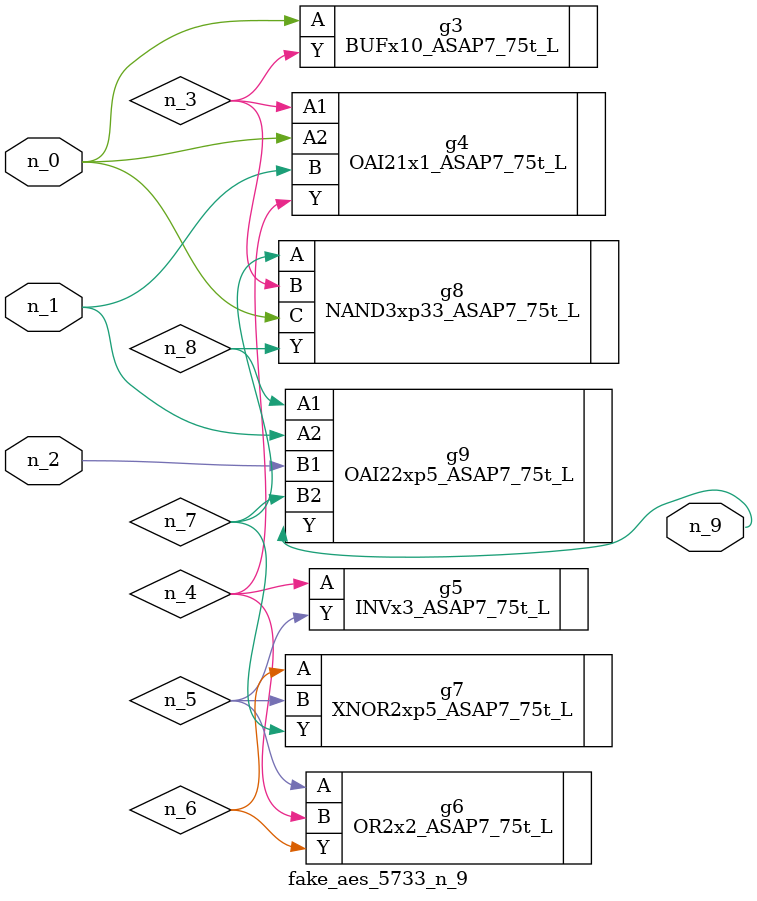
<source format=v>
module fake_aes_5733_n_9 (n_1, n_2, n_0, n_9);
input n_1;
input n_2;
input n_0;
output n_9;
wire n_6;
wire n_4;
wire n_3;
wire n_5;
wire n_7;
wire n_8;
BUFx10_ASAP7_75t_L g3 ( .A(n_0), .Y(n_3) );
OAI21x1_ASAP7_75t_L g4 ( .A1(n_3), .A2(n_0), .B(n_1), .Y(n_4) );
INVx3_ASAP7_75t_L g5 ( .A(n_4), .Y(n_5) );
OR2x2_ASAP7_75t_L g6 ( .A(n_5), .B(n_4), .Y(n_6) );
XNOR2xp5_ASAP7_75t_L g7 ( .A(n_6), .B(n_5), .Y(n_7) );
NAND3xp33_ASAP7_75t_L g8 ( .A(n_7), .B(n_3), .C(n_0), .Y(n_8) );
OAI22xp5_ASAP7_75t_L g9 ( .A1(n_8), .A2(n_1), .B1(n_2), .B2(n_7), .Y(n_9) );
endmodule
</source>
